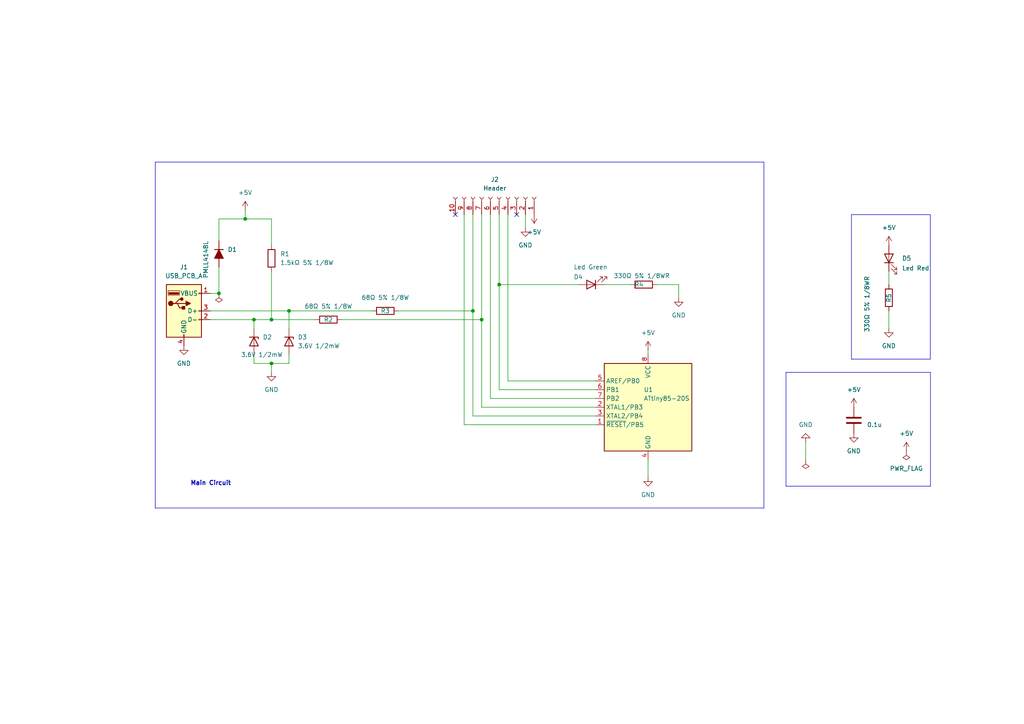
<source format=kicad_sch>
(kicad_sch (version 20230121) (generator eeschema)
  (paper "A4")
  (title_block (title "2000718-GERO-MICRODUINO") (date "2023-6-9") (rev "1.0") (company "UCC") (comment 1 "Micro arduino para laboratorio de computacion 1 "))
  (lib_symbols
    (symbol "+5V_1" (power) (pin_names (offset 0))
      (property "Value" "+5V_1" (at 0 3.556 0))
      (symbol "+5V_1_0_1"
        (polyline (pts (xy -0.762 1.27) (xy 0 2.54)))
        (polyline (pts (xy 0 0) (xy 0 2.54)))
        (polyline (pts (xy 0 2.54) (xy 0.762 1.27)))
      )
      (symbol "+5V_1_1_1"
        (pin power_in line (at 0 0 90) (length 0) hide (name "+5V") (number "1"))
      )
    )
    (symbol "Connector:Conn_01x10_Socket" (pin_names (offset 1.016) hide)
      (property "Reference" "J" (at 0 12.7 0))
      (property "Value" "Conn_01x10_Socket" (at 0 -15.24 0))
      (symbol "Conn_01x10_Socket_1_1"
        (arc (start 0 -12.192) (mid -0.5058 -12.7) (end 0 -13.208) (stroke (width 0.1524)))
        (arc (start 0 -9.652) (mid -0.5058 -10.16) (end 0 -10.668) (stroke (width 0.1524)))
        (arc (start 0 -7.112) (mid -0.5058 -7.62) (end 0 -8.128) (stroke (width 0.1524)))
        (arc (start 0 -4.572) (mid -0.5058 -5.08) (end 0 -5.588) (stroke (width 0.1524)))
        (arc (start 0 -2.032) (mid -0.5058 -2.54) (end 0 -3.048) (stroke (width 0.1524)))
        (polyline (pts (xy -1.27 -12.7) (xy -0.508 -12.7)) (stroke (width 0.1524)))
        (polyline (pts (xy -1.27 -10.16) (xy -0.508 -10.16)) (stroke (width 0.1524)))
        (polyline (pts (xy -1.27 -7.62) (xy -0.508 -7.62)) (stroke (width 0.1524)))
        (polyline (pts (xy -1.27 -5.08) (xy -0.508 -5.08)) (stroke (width 0.1524)))
        (polyline (pts (xy -1.27 -2.54) (xy -0.508 -2.54)) (stroke (width 0.1524)))
        (polyline (pts (xy -1.27 0) (xy -0.508 0)) (stroke (width 0.1524)))
        (polyline (pts (xy -1.27 2.54) (xy -0.508 2.54)) (stroke (width 0.1524)))
        (polyline (pts (xy -1.27 5.08) (xy -0.508 5.08)) (stroke (width 0.1524)))
        (polyline (pts (xy -1.27 7.62) (xy -0.508 7.62)) (stroke (width 0.1524)))
        (polyline (pts (xy -1.27 10.16) (xy -0.508 10.16)) (stroke (width 0.1524)))
        (arc (start 0 0.508) (mid -0.5058 0) (end 0 -0.508) (stroke (width 0.1524)))
        (arc (start 0 3.048) (mid -0.5058 2.54) (end 0 2.032) (stroke (width 0.1524)))
        (arc (start 0 5.588) (mid -0.5058 5.08) (end 0 4.572) (stroke (width 0.1524)))
        (arc (start 0 8.128) (mid -0.5058 7.62) (end 0 7.112) (stroke (width 0.1524)))
        (arc (start 0 10.668) (mid -0.5058 10.16) (end 0 9.652) (stroke (width 0.1524)))
        (pin passive line (at -5.08 10.16 0) (length 3.81) (name "Pin_1") (number "1"))
        (pin passive line (at -5.08 -12.7 0) (length 3.81) (name "Pin_10") (number "10"))
        (pin passive line (at -5.08 7.62 0) (length 3.81) (name "Pin_2") (number "2"))
        (pin passive line (at -5.08 5.08 0) (length 3.81) (name "Pin_3") (number "3"))
        (pin passive line (at -5.08 2.54 0) (length 3.81) (name "Pin_4") (number "4"))
        (pin passive line (at -5.08 0 0) (length 3.81) (name "Pin_5") (number "5"))
        (pin passive line (at -5.08 -2.54 0) (length 3.81) (name "Pin_6") (number "6"))
        (pin passive line (at -5.08 -5.08 0) (length 3.81) (name "Pin_7") (number "7"))
        (pin passive line (at -5.08 -7.62 0) (length 3.81) (name "Pin_8") (number "8"))
        (pin passive line (at -5.08 -10.16 0) (length 3.81) (name "Pin_9") (number "9"))
      )
    )
    (symbol "Connector:USB_A" (pin_names (offset 1.016))
      (property "Reference" "J1" (at 0 12.7 0))
      (property "Value" "USB_PCB_A" (at 0 10.16 0))
      (symbol "USB_A_0_1"
        (rectangle (start -5.08 7.62) (end 5.08 -7.62) (stroke (width 0.254)) (fill (type background)))
        (circle (center -3.81 2.159) (radius 0.635) (stroke (width 0.254)) (fill (type outline)))
        (rectangle (start -1.524 4.826) (end -4.318 5.334) (fill (type outline)))
        (rectangle (start -1.27 4.572) (end -4.572 5.842))
        (circle (center -0.635 3.429) (radius 0.381) (stroke (width 0.254)) (fill (type outline)))
        (rectangle (start -0.127 -7.62) (end 0.127 -6.858))
        (polyline (pts (xy -3.175 2.159) (xy -2.54 2.159) (xy -1.27 3.429) (xy -0.635 3.429)) (stroke (width 0.254)))
        (polyline (pts (xy -2.54 2.159) (xy -1.905 2.159) (xy -1.27 0.889) (xy 0 0.889)) (stroke (width 0.254)))
        (polyline (pts (xy 0.635 2.794) (xy 0.635 1.524) (xy 1.905 2.159) (xy 0.635 2.794)) (stroke (width 0.254)) (fill (type outline)))
        (rectangle (start 0.254 1.27) (end -0.508 0.508) (stroke (width 0.254)) (fill (type outline)))
        (rectangle (start 5.08 -2.667) (end 4.318 -2.413))
        (rectangle (start 5.08 -0.127) (end 4.318 0.127))
        (rectangle (start 5.08 4.953) (end 4.318 5.207))
      )
      (symbol "USB_A_1_1"
        (polyline (pts (xy -1.905 2.159) (xy 0.635 2.159)) (stroke (width 0.254)))
        (pin power_in line (at 7.62 5.08 180) (length 2.54) (name "VBUS") (number "1"))
        (pin bidirectional line (at 7.62 -2.54 180) (length 2.54) (name "D-") (number "2"))
        (pin bidirectional line (at 7.62 0 180) (length 2.54) (name "D+") (number "3"))
        (pin power_in line (at 0 -10.16 90) (length 2.54) (name "GND") (number "4"))
      )
    )
    (symbol "D_Filled_1" (pin_numbers hide) (pin_names (offset 1.016) hide)
      (property "Reference" "D" (at 0 2.54 0))
      (property "Value" "D_Filled" (at 0 -2.54 0))
      (symbol "D_Filled_1_0_1"
        (polyline (pts (xy -1.27 1.27) (xy -1.27 -1.27)) (stroke (width 0.254)))
        (polyline (pts (xy 1.27 0) (xy -1.27 0)))
        (polyline (pts (xy 1.27 1.27) (xy 1.27 -1.27) (xy -1.27 0) (xy 1.27 1.27)) (stroke (width 0.254)) (fill (type outline)))
      )
      (symbol "D_Filled_1_1_1"
        (pin passive line (at -3.81 0 0) (length 2.54) (name "K") (number "1"))
        (pin passive line (at 3.81 0 180) (length 2.54) (name "A") (number "2"))
      )
    )
    (symbol "Device:C" (pin_numbers hide) (pin_names (offset 0.254))
      (property "Reference" "C" (at 0.635 2.54 0))
      (property "Value" "C" (at 0.635 -2.54 0))
      (symbol "C_0_1"
        (polyline (pts (xy -2.032 -0.762) (xy 2.032 -0.762)) (stroke (width 0.508)))
        (polyline (pts (xy -2.032 0.762) (xy 2.032 0.762)) (stroke (width 0.508)))
      )
      (symbol "C_1_1"
        (pin passive line (at 0 3.81 270) (length 2.794) (name "~") (number "1"))
        (pin passive line (at 0 -3.81 90) (length 2.794) (name "~") (number "2"))
      )
    )
    (symbol "Device:D_Zener" (pin_numbers hide) (pin_names (offset 1.016) hide)
      (property "Reference" "D" (at 0 2.54 0))
      (property "Value" "D_Zener" (at 0 -2.54 0))
      (symbol "D_Zener_0_1"
        (polyline (pts (xy 1.27 0) (xy -1.27 0)))
        (polyline (pts (xy -1.27 -1.27) (xy -1.27 1.27) (xy -0.762 1.27)) (stroke (width 0.254)))
        (polyline (pts (xy 1.27 -1.27) (xy 1.27 1.27) (xy -1.27 0) (xy 1.27 -1.27)) (stroke (width 0.254)))
      )
      (symbol "D_Zener_1_1"
        (pin passive line (at -3.81 0 0) (length 2.54) (name "K") (number "1"))
        (pin passive line (at 3.81 0 180) (length 2.54) (name "A") (number "2"))
      )
    )
    (symbol "Device:LED" (pin_numbers hide) (pin_names (offset 1.016) hide)
      (property "Reference" "D" (at 0 2.54 0))
      (property "Value" "LED" (at 0 -2.54 0))
      (symbol "LED_0_1"
        (polyline (pts (xy -1.27 -1.27) (xy -1.27 1.27)) (stroke (width 0.254)))
        (polyline (pts (xy -1.27 0) (xy 1.27 0)))
        (polyline (pts (xy 1.27 -1.27) (xy 1.27 1.27) (xy -1.27 0) (xy 1.27 -1.27)) (stroke (width 0.254)))
        (polyline (pts (xy -3.048 -0.762) (xy -4.572 -2.286) (xy -3.81 -2.286) (xy -4.572 -2.286) (xy -4.572 -1.524)))
        (polyline (pts (xy -1.778 -0.762) (xy -3.302 -2.286) (xy -2.54 -2.286) (xy -3.302 -2.286) (xy -3.302 -1.524)))
      )
      (symbol "LED_1_1"
        (pin passive line (at -3.81 0 0) (length 2.54) (name "K") (number "1"))
        (pin passive line (at 3.81 0 180) (length 2.54) (name "A") (number "2"))
      )
    )
    (symbol "Device:R" (pin_numbers hide) (pin_names (offset 0))
      (property "Reference" "R" (at 2.032 0 90))
      (property "Value" "R" (at 0 0 90))
      (symbol "R_0_1"
        (rectangle (start -1.016 -2.54) (end 1.016 2.54) (stroke (width 0.254)))
      )
      (symbol "R_1_1"
        (pin passive line (at 0 3.81 270) (length 1.27) (name "~") (number "1"))
        (pin passive line (at 0 -3.81 90) (length 1.27) (name "~") (number "2"))
      )
    )
    (symbol "GND_1" (power) (pin_names (offset 0))
      (property "Value" "GND_1" (at 0 -3.81 0))
      (symbol "GND_1_0_1"
        (polyline (pts (xy 0 0) (xy 0 -1.27) (xy 1.27 -1.27) (xy 0 -2.54) (xy -1.27 -1.27) (xy 0 -1.27)))
      )
      (symbol "GND_1_1_1"
        (pin power_in line (at 0 0 270) (length 0) hide (name "GND") (number "1"))
      )
    )
    (symbol "MCU_Microchip_ATtiny:ATtiny85-20S"
      (property "Reference" "U" (at -12.7 13.97 0))
      (property "Value" "ATtiny85-20S" (at 2.54 -13.97 0))
      (symbol "ATtiny85-20S_0_1"
        (rectangle (start -12.7 -12.7) (end 12.7 12.7) (stroke (width 0.254)) (fill (type background)))
      )
      (symbol "ATtiny85-20S_1_1"
        (pin bidirectional line (at 15.24 -5.08 180) (length 2.54) (name "~{RESET}/PB5") (number "1"))
        (pin bidirectional line (at 15.24 0 180) (length 2.54) (name "XTAL1/PB3") (number "2"))
        (pin bidirectional line (at 15.24 -2.54 180) (length 2.54) (name "XTAL2/PB4") (number "3"))
        (pin power_in line (at 0 -15.24 90) (length 2.54) (name "GND") (number "4"))
        (pin bidirectional line (at 15.24 7.62 180) (length 2.54) (name "AREF/PB0") (number "5"))
        (pin bidirectional line (at 15.24 5.08 180) (length 2.54) (name "PB1") (number "6"))
        (pin bidirectional line (at 15.24 2.54 180) (length 2.54) (name "PB2") (number "7"))
        (pin power_in line (at 0 15.24 270) (length 2.54) (name "VCC") (number "8"))
      )
    )
    (symbol "PWR_FLAG_1" (power) (pin_numbers hide) (pin_names (offset 0) hide)
      (property "Value" "PWR_FLAG_1" (at 0 3.81 0))
      (symbol "PWR_FLAG_1_0_0"
        (pin power_out line (at 0 0 90) (length 0) (name "pwr") (number "1"))
      )
      (symbol "PWR_FLAG_1_0_1"
        (polyline (pts (xy 0 0) (xy 0 1.27) (xy -1.016 1.905) (xy 0 2.54) (xy 1.016 1.905) (xy 0 1.27)))
      )
    )
  )
  (junction (at 139.7 92.71))
  (junction (at 63.5 85.09))
  (junction (at 71.12 63.5))
  (junction (at 78.74 92.71))
  (junction (at 73.66 92.71))
  (junction (at 83.82 90.17))
  (junction (at 137.16 90.17))
  (junction (at 144.78 82.55))
  (junction (at 78.74 105.41))
  (no_connect (at 132.08 62.23))
  (no_connect (at 149.86 62.23))
  (wire (pts (xy 73.66 102.87) (xy 73.66 105.41)))
  (wire (pts (xy 142.24 62.23) (xy 142.24 115.57)))
  (wire (pts (xy 83.82 105.41) (xy 78.74 105.41)))
  (polyline (pts (xy 45.0342 147.3454) (xy 45.0342 47.0154)))
  (wire (pts (xy 137.16 90.17) (xy 137.16 120.65)))
  (polyline (pts (xy 221.5642 47.0154) (xy 221.5642 147.3454)))
  (wire (pts (xy 175.26 82.55) (xy 182.88 82.55)))
  (wire (pts (xy 78.74 92.71) (xy 91.44 92.71)))
  (wire (pts (xy 71.12 60.96) (xy 71.12 63.5)))
  (wire (pts (xy 139.7 118.11) (xy 172.72 118.11)))
  (wire (pts (xy 187.96 101.6) (xy 187.96 102.87)))
  (wire (pts (xy 99.06 92.71) (xy 139.7 92.71)))
  (wire (pts (xy 196.85 86.36) (xy 196.85 82.55)))
  (wire (pts (xy 63.5 63.5) (xy 63.5 69.85)))
  (polyline (pts (xy 269.8242 62.2554) (xy 269.8242 104.1654)))
  (wire (pts (xy 137.16 120.65) (xy 172.72 120.65)))
  (wire (pts (xy 134.62 62.23) (xy 134.62 123.19)))
  (wire (pts (xy 115.57 90.17) (xy 137.16 90.17)))
  (wire (pts (xy 190.5 82.55) (xy 196.85 82.55)))
  (polyline (pts (xy 227.965 108.0008) (xy 269.875 108.0008)))
  (wire (pts (xy 78.74 71.12) (xy 78.74 63.5)))
  (wire (pts (xy 83.82 90.17) (xy 107.95 90.17)))
  (wire (pts (xy 73.66 105.41) (xy 78.74 105.41)))
  (polyline (pts (xy 269.8242 104.1654) (xy 246.9642 104.1654)))
  (wire (pts (xy 73.66 92.71) (xy 73.66 95.25)))
  (wire (pts (xy 83.82 102.87) (xy 83.82 105.41)))
  (polyline (pts (xy 227.965 141.0208) (xy 227.965 108.0008)))
  (wire (pts (xy 60.96 90.17) (xy 83.82 90.17)))
  (polyline (pts (xy 221.5642 147.3454) (xy 45.0342 147.3454)))
  (wire (pts (xy 134.62 123.19) (xy 172.72 123.19)))
  (wire (pts (xy 78.74 63.5) (xy 71.12 63.5)))
  (wire (pts (xy 78.74 105.41) (xy 78.74 107.95)))
  (wire (pts (xy 144.78 113.03) (xy 172.72 113.03)))
  (wire (pts (xy 187.96 133.35) (xy 187.96 138.43)))
  (wire (pts (xy 257.81 90.17) (xy 257.81 95.25)))
  (wire (pts (xy 139.7 62.23) (xy 139.7 92.71)))
  (wire (pts (xy 152.4 62.23) (xy 152.4 66.04)))
  (wire (pts (xy 71.12 63.5) (xy 63.5 63.5)))
  (wire (pts (xy 144.78 82.55) (xy 167.64 82.55)))
  (wire (pts (xy 63.5 77.47) (xy 63.5 85.09)))
  (wire (pts (xy 144.78 62.23) (xy 144.78 82.55)))
  (polyline (pts (xy 246.9642 104.1654) (xy 246.9642 62.2554)))
  (wire (pts (xy 137.16 62.23) (xy 137.16 90.17)))
  (polyline (pts (xy 246.9642 62.2554) (xy 269.8242 62.2554)))
  (wire (pts (xy 147.32 62.23) (xy 147.32 110.49)))
  (wire (pts (xy 63.5 85.09) (xy 60.96 85.09)))
  (wire (pts (xy 60.96 92.71) (xy 73.66 92.71)))
  (wire (pts (xy 78.74 78.74) (xy 78.74 92.71)))
  (wire (pts (xy 83.82 90.17) (xy 83.82 95.25)))
  (wire (pts (xy 233.68 133.35) (xy 233.68 128.27)))
  (wire (pts (xy 73.66 92.71) (xy 78.74 92.71)))
  (wire (pts (xy 147.32 110.49) (xy 172.72 110.49)))
  (wire (pts (xy 144.78 82.55) (xy 144.78 113.03)))
  (wire (pts (xy 257.81 78.74) (xy 257.81 82.55)))
  (polyline (pts (xy 269.875 108.0008) (xy 269.875 141.0208)))
  (polyline (pts (xy 45.0342 47.0154) (xy 221.5642 47.0154)))
  (wire (pts (xy 142.24 115.57) (xy 172.72 115.57)))
  (wire (pts (xy 139.7 92.71) (xy 139.7 118.11)))
  (polyline (pts (xy 269.875 141.0208) (xy 227.965 141.0208)))
  (text "Main Circuit" (at 55.1942 140.9954 0) (effects (font (size 1.27 1.27) (thickness 0.254) bold) (justify left bottom)))
  (symbol (lib_id "Device:R") (at 111.76 90.17 90) (unit 1)
    (property "Reference" "R3" (at 111.76 90.17 90))
    (property "Value" "68Ω 5% 1/8W" (at 111.76 86.3092 90))
    (property "Footprint" "Resistor_SMD:R_0805_2012Metric_Pad1.20x1.40mm_HandSolder" (effects hide))
  )
  (symbol (lib_name "PWR_FLAG_1") (lib_id "power:PWR_FLAG") (at 262.89 130.81 180) (unit 1)
    (property "Reference" "#FLG02" (effects hide))
    (property "Value" "PWR_FLAG" (at 262.89 135.89 0))
  )
  (symbol (lib_id "Device:R") (at 257.81 86.36 180) (unit 1)
    (property "Reference" "R5" (at 257.81 85.09 90) (effects (justify left)))
    (property "Value" "330Ω 5% 1/8WR" (at 251.46 80.01 90) (effects (justify left)))
    (property "Footprint" "Resistor_SMD:R_0805_2012Metric_Pad1.20x1.40mm_HandSolder" (effects hide))
  )
  (symbol (lib_id "Device:R") (at 78.74 74.93 0) (unit 1)
    (property "Reference" "R1" (at 81.28 73.66 0) (effects (justify left)))
    (property "Value" "1.5kΩ 5% 1/8W" (at 81.28 76.2 0) (effects (justify left)))
    (property "Footprint" "Resistor_SMD:R_0805_2012Metric_Pad1.20x1.40mm_HandSolder" (effects hide))
  )
  (symbol (lib_id "Device:D_Zener") (at 83.82 99.06 270) (unit 1)
    (property "Reference" "D3" (at 86.36 97.79 90) (effects (justify left)))
    (property "Value" "3.6V 1/2mW" (at 86.36 100.33 90) (effects (justify left)))
    (property "Footprint" "Diode_SMD:D_SOD-123" (effects hide))
  )
  (symbol (lib_name "+5V_1") (lib_id "power:+5V") (at 257.81 71.12 0) (mirror y) (unit 1)
    (property "Reference" "#PWR012" (effects hide))
    (property "Value" "+5V" (at 257.81 66.04 0))
  )
  (symbol (lib_name "+5V_1") (lib_id "power:+5V") (at 247.65 118.11 0) (mirror y) (unit 1)
    (property "Reference" "#PWR010" (effects hide))
    (property "Value" "+5V" (at 247.65 113.03 0))
  )
  (symbol (lib_id "MCU_Microchip_ATtiny:ATtiny85-20S") (at 187.96 118.11 0) (mirror y) (unit 1)
    (property "Reference" "U1" (at 186.69 113.03 0) (effects (justify right)))
    (property "Value" "ATtiny85-20S" (at 186.69 115.57 0) (effects (justify right)))
    (property "Footprint" "Package_SO:SOIC-8W_5.3x5.3mm_P1.27mm" (effects hide))
    (property "Datasheet" "http://ww1.microchip.com/downloads/en/DeviceDoc/atmel-2586-avr-8-bit-microcontroller-attiny25-attiny45-attiny85_datasheet.pdf" (effects hide))
  )
  (symbol (lib_name "GND_1") (lib_id "power:GND") (at 78.74 107.95 0) (unit 1)
    (property "Reference" "#PWR03" (effects hide))
    (property "Value" "GND" (at 78.74 113.03 0))
  )
  (symbol (lib_id "Connector:Conn_01x10_Socket") (at 144.78 57.15 270) (mirror x) (unit 1)
    (property "Reference" "J2" (at 143.51 52.07 90))
    (property "Value" "Header" (at 143.51 54.61 90))
    (property "Footprint" "Connector_PinSocket_2.54mm:PinSocket_1x10_P2.54mm_Vertical" (effects hide))
  )
  (symbol (lib_id "Device:D_Zener") (at 73.66 99.06 270) (unit 1)
    (property "Reference" "D2" (at 76.2 97.79 90) (effects (justify left)))
    (property "Value" "3.6V 1/2mW" (at 69.85 102.87 90) (effects (justify left)))
    (property "Footprint" "Diode_SMD:D_SOD-123" (effects hide))
  )
  (symbol (lib_id "Device:R") (at 186.69 82.55 90) (unit 1)
    (property "Reference" "R4" (at 186.69 82.55 90) (effects (justify left)))
    (property "Value" "330Ω 5% 1/8WR" (at 194.31 80.01 90) (effects (justify left)))
    (property "Footprint" "Resistor_SMD:R_0805_2012Metric_Pad1.20x1.40mm_HandSolder" (effects hide))
  )
  (symbol (lib_name "GND_1") (lib_id "power:GND") (at 53.34 100.33 0) (unit 1)
    (property "Reference" "#PWR01" (effects hide))
    (property "Value" "GND" (at 53.34 105.41 0))
  )
  (symbol (lib_id "Device:LED") (at 257.81 74.93 90) (unit 1)
    (property "Reference" "D5" (at 261.62 74.93 90) (effects (justify right)))
    (property "Value" "Led Red" (at 261.62 77.7875 90) (effects (justify right)))
    (property "Footprint" "ledgreenandred:led" (effects hide))
  )
  (symbol (lib_name "+5V_1") (lib_id "power:+5V") (at 262.89 130.81 0) (mirror y) (unit 1)
    (property "Reference" "#PWR014" (effects hide))
    (property "Value" "+5V" (at 262.89 125.73 0))
  )
  (symbol (lib_id "Device:R") (at 95.25 92.71 90) (unit 1)
    (property "Reference" "R2" (at 95.25 92.71 90))
    (property "Value" "68Ω 5% 1/8W" (at 95.25 88.8492 90))
    (property "Footprint" "Resistor_SMD:R_0805_2012Metric_Pad1.20x1.40mm_HandSolder" (effects hide))
  )
  (symbol (lib_name "GND_1") (lib_id "power:GND") (at 233.68 128.27 180) (unit 1)
    (property "Reference" "#PWR09" (effects hide))
    (property "Value" "GND" (at 233.68 123.19 0))
  )
  (symbol (lib_name "GND_1") (lib_id "power:GND") (at 257.81 95.25 0) (unit 1)
    (property "Reference" "#PWR013" (effects hide))
    (property "Value" "GND" (at 257.81 100.33 0))
  )
  (symbol (lib_name "+5V_1") (lib_id "power:+5V") (at 71.12 60.96 0) (unit 1)
    (property "Reference" "#PWR02" (effects hide))
    (property "Value" "+5V" (at 71.12 55.88 0))
  )
  (symbol (lib_id "Device:LED") (at 171.45 82.55 180) (unit 1)
    (property "Reference" "D4" (at 166.37 80.3275 0) (effects (justify right)))
    (property "Value" "Led Green" (at 166.37 77.47 0) (effects (justify right)))
    (property "Footprint" "ledgreenandred:led" (effects hide))
  )
  (symbol (lib_name "PWR_FLAG_1") (lib_id "power:PWR_FLAG") (at 233.68 133.35 180) (unit 1)
    (property "Reference" "#FLG03" (effects hide))
    (property "Value" "PWR_FLAG" (effects hide))
  )
  (symbol (lib_name "GND_1") (lib_id "power:GND") (at 196.85 86.36 0) (unit 1)
    (property "Reference" "#PWR08" (effects hide))
    (property "Value" "GND" (at 196.85 91.44 0))
  )
  (symbol (lib_name "GND_1") (lib_id "power:GND") (at 187.96 138.43 0) (unit 1)
    (property "Reference" "#PWR07" (effects hide))
    (property "Value" "GND" (at 187.96 143.51 0))
  )
  (symbol (lib_name "PWR_FLAG_1") (lib_id "power:PWR_FLAG") (at 63.5 85.09 180) (unit 1)
    (property "Reference" "#FLG01" (effects hide))
    (property "Value" "PWR_FLAG" (effects hide))
  )
  (symbol (lib_name "+5V_1") (lib_id "power:+5V") (at 154.94 62.23 0) (mirror x) (unit 1)
    (property "Reference" "#PWR05" (effects hide))
    (property "Value" "+5V" (at 154.94 67.31 0))
  )
  (symbol (lib_name "GND_1") (lib_id "power:GND") (at 247.65 125.73 0) (unit 1)
    (property "Reference" "#PWR011" (effects hide))
    (property "Value" "GND" (at 247.65 130.81 0))
  )
  (symbol (lib_id "Connector:USB_A") (at 53.34 90.17 0) (unit 1)
    (property "Reference" "J1" (at 53.34 77.47 0))
    (property "Value" "USB_PCB_A" (at 53.34 80.01 0))
    (property "Footprint" "usbembebidoucc:USB_A_UCC" (effects hide))
    (property "Datasheet" " ~" (effects hide))
  )
  (symbol (lib_name "D_Filled_1") (lib_id "Device:D_Filled") (at 63.5 73.66 270) (unit 1)
    (property "Reference" "D1" (at 66.04 72.39 90) (effects (justify left)))
    (property "Value" "PMLL4148L" (at 59.69 69.85 0) (effects (justify left)))
    (property "Footprint" "Diode_SMD:D_MELF_Handsoldering" (effects hide))
    (property "Sim.Device" "D" (effects hide))
    (property "Sim.Pins" "1=K 2=A" (effects hide))
  )
  (symbol (lib_name "GND_1") (lib_id "power:GND") (at 152.4 66.04 0) (unit 1)
    (property "Reference" "#PWR04" (effects hide))
    (property "Value" "GND" (at 152.4 71.12 0))
  )
  (symbol (lib_id "Device:C") (at 247.65 121.92 0) (unit 1)
    (property "Reference" "C1" (effects hide))
    (property "Value" "0.1u" (at 251.46 123.19 0) (effects (justify left)))
    (property "Footprint" "Capacitor_SMD:C_0805_2012Metric_Pad1.18x1.45mm_HandSolder" (effects hide))
  )
  (symbol (lib_name "+5V_1") (lib_id "power:+5V") (at 187.96 101.6 0) (mirror y) (unit 1)
    (property "Reference" "#PWR06" (effects hide))
    (property "Value" "+5V" (at 187.96 96.52 0))
  )
)
</source>
